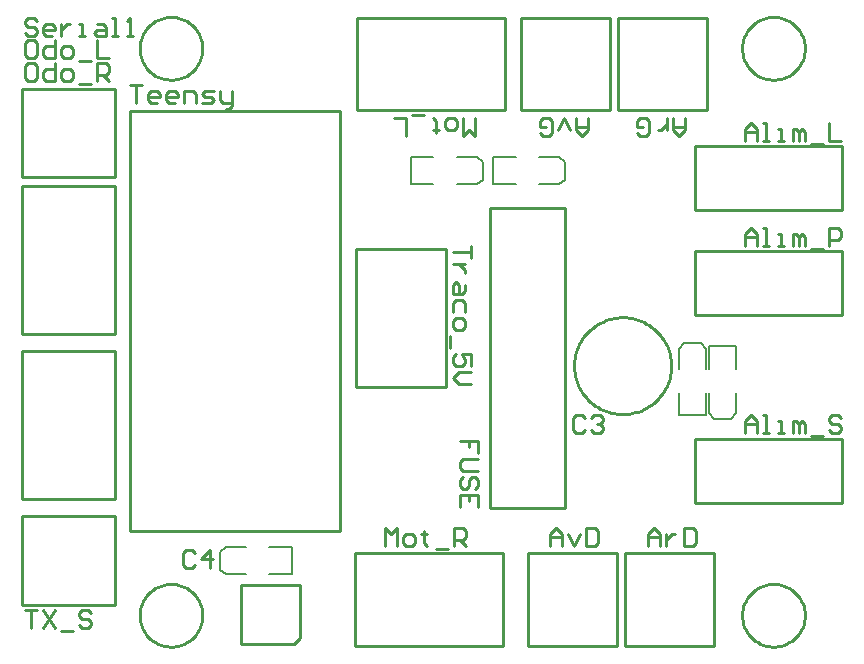
<source format=gto>
G04 Layer_Color=65535*
%FSLAX25Y25*%
%MOIN*%
G70*
G01*
G75*
%ADD31C,0.01000*%
%ADD32C,0.00787*%
D31*
X217835Y95000D02*
X217803Y96004D01*
X217710Y97003D01*
X217554Y97995D01*
X217337Y98975D01*
X217060Y99940D01*
X216723Y100886D01*
X216328Y101809D01*
X215877Y102706D01*
X215370Y103573D01*
X214811Y104406D01*
X214200Y105204D01*
X213542Y105962D01*
X212838Y106677D01*
X212090Y107347D01*
X211302Y107970D01*
X210477Y108542D01*
X209618Y109062D01*
X208729Y109528D01*
X207812Y109937D01*
X206872Y110288D01*
X205911Y110581D01*
X204934Y110813D01*
X203945Y110984D01*
X202947Y111093D01*
X201944Y111140D01*
X200940Y111124D01*
X199939Y111046D01*
X198945Y110906D01*
X197961Y110705D01*
X196992Y110442D01*
X196041Y110120D01*
X195112Y109739D01*
X194209Y109302D01*
X193334Y108809D01*
X192492Y108262D01*
X191685Y107665D01*
X190917Y107018D01*
X190191Y106325D01*
X189509Y105588D01*
X188874Y104810D01*
X188289Y103994D01*
X187756Y103143D01*
X187276Y102261D01*
X186853Y101351D01*
X186487Y100416D01*
X186180Y99460D01*
X185932Y98487D01*
X185746Y97500D01*
X185621Y96504D01*
X185559Y95502D01*
Y94498D01*
X185621Y93496D01*
X185746Y92500D01*
X185932Y91513D01*
X186180Y90540D01*
X186487Y89584D01*
X186853Y88649D01*
X187276Y87739D01*
X187756Y86857D01*
X188289Y86006D01*
X188874Y85190D01*
X189509Y84412D01*
X190191Y83675D01*
X190917Y82982D01*
X191685Y82335D01*
X192492Y81738D01*
X193334Y81191D01*
X194209Y80698D01*
X195112Y80261D01*
X196041Y79880D01*
X196992Y79558D01*
X197961Y79295D01*
X198945Y79094D01*
X199939Y78954D01*
X200940Y78876D01*
X201944Y78860D01*
X202947Y78907D01*
X203945Y79016D01*
X204934Y79187D01*
X205911Y79419D01*
X206872Y79712D01*
X207812Y80063D01*
X208729Y80472D01*
X209618Y80938D01*
X210477Y81458D01*
X211302Y82030D01*
X212090Y82653D01*
X212838Y83323D01*
X213542Y84038D01*
X214200Y84796D01*
X214811Y85594D01*
X215370Y86427D01*
X215877Y87294D01*
X216328Y88191D01*
X216723Y89114D01*
X217060Y90060D01*
X217337Y91025D01*
X217554Y92005D01*
X217710Y92997D01*
X217803Y93997D01*
X217835Y95000D01*
X262441Y200787D02*
X262393Y201783D01*
X262252Y202769D01*
X262017Y203738D01*
X261691Y204680D01*
X261277Y205586D01*
X260778Y206449D01*
X260200Y207261D01*
X259548Y208014D01*
X258826Y208702D01*
X258043Y209318D01*
X257205Y209857D01*
X256319Y210314D01*
X255394Y210684D01*
X254437Y210965D01*
X253459Y211153D01*
X252467Y211248D01*
X251470D01*
X250478Y211153D01*
X249500Y210965D01*
X248543Y210684D01*
X247618Y210314D01*
X246732Y209857D01*
X245894Y209318D01*
X245111Y208702D01*
X244389Y208014D01*
X243737Y207261D01*
X243159Y206449D01*
X242660Y205586D01*
X242246Y204680D01*
X241920Y203738D01*
X241685Y202769D01*
X241544Y201783D01*
X241496Y200787D01*
X241544Y199792D01*
X241685Y198805D01*
X241920Y197837D01*
X242246Y196895D01*
X242660Y195989D01*
X243159Y195126D01*
X243737Y194314D01*
X244389Y193561D01*
X245111Y192873D01*
X245894Y192257D01*
X246732Y191718D01*
X247618Y191261D01*
X248543Y190891D01*
X249500Y190610D01*
X250478Y190422D01*
X251470Y190327D01*
X252467D01*
X253459Y190422D01*
X254437Y190610D01*
X255394Y190891D01*
X256319Y191261D01*
X257205Y191718D01*
X258043Y192257D01*
X258826Y192873D01*
X259548Y193561D01*
X260200Y194314D01*
X260778Y195126D01*
X261277Y195989D01*
X261691Y196895D01*
X262017Y197837D01*
X262252Y198805D01*
X262393Y199792D01*
X262441Y200787D01*
X61654D02*
X61606Y201783D01*
X61464Y202769D01*
X61229Y203738D01*
X60903Y204680D01*
X60489Y205586D01*
X59991Y206449D01*
X59413Y207261D01*
X58760Y208014D01*
X58039Y208702D01*
X57256Y209318D01*
X56417Y209857D01*
X55532Y210314D01*
X54606Y210684D01*
X53650Y210965D01*
X52671Y211153D01*
X51679Y211248D01*
X50683D01*
X49691Y211153D01*
X48712Y210965D01*
X47756Y210684D01*
X46831Y210314D01*
X45945Y209857D01*
X45107Y209318D01*
X44323Y208702D01*
X43602Y208014D01*
X42949Y207261D01*
X42371Y206449D01*
X41873Y205586D01*
X41459Y204680D01*
X41133Y203738D01*
X40898Y202769D01*
X40756Y201783D01*
X40709Y200787D01*
X40756Y199792D01*
X40898Y198805D01*
X41133Y197837D01*
X41459Y196895D01*
X41873Y195989D01*
X42371Y195126D01*
X42949Y194314D01*
X43602Y193561D01*
X44323Y192873D01*
X45107Y192257D01*
X45945Y191718D01*
X46831Y191261D01*
X47756Y190891D01*
X48712Y190610D01*
X49691Y190422D01*
X50683Y190327D01*
X51679D01*
X52671Y190422D01*
X53650Y190610D01*
X54606Y190891D01*
X55532Y191261D01*
X56417Y191718D01*
X57256Y192257D01*
X58039Y192873D01*
X58760Y193561D01*
X59413Y194314D01*
X59991Y195126D01*
X60489Y195989D01*
X60903Y196895D01*
X61229Y197837D01*
X61464Y198805D01*
X61606Y199792D01*
X61654Y200787D01*
X61654Y11811D02*
X61606Y12807D01*
X61464Y13793D01*
X61229Y14761D01*
X60903Y15703D01*
X60489Y16610D01*
X59991Y17473D01*
X59413Y18285D01*
X58760Y19038D01*
X58039Y19726D01*
X57256Y20342D01*
X56417Y20880D01*
X55532Y21337D01*
X54606Y21708D01*
X53650Y21988D01*
X52671Y22177D01*
X51679Y22272D01*
X50683D01*
X49691Y22177D01*
X48712Y21988D01*
X47756Y21708D01*
X46831Y21337D01*
X45945Y20880D01*
X45107Y20342D01*
X44323Y19726D01*
X43602Y19038D01*
X42949Y18285D01*
X42371Y17473D01*
X41873Y16610D01*
X41459Y15703D01*
X41133Y14761D01*
X40898Y13793D01*
X40756Y12807D01*
X40709Y11811D01*
X40756Y10816D01*
X40898Y9829D01*
X41133Y8861D01*
X41459Y7919D01*
X41873Y7012D01*
X42371Y6149D01*
X42949Y5337D01*
X43602Y4584D01*
X44323Y3897D01*
X45107Y3280D01*
X45945Y2742D01*
X46831Y2285D01*
X47756Y1915D01*
X48712Y1634D01*
X49691Y1445D01*
X50683Y1350D01*
X51679D01*
X52671Y1445D01*
X53650Y1634D01*
X54606Y1915D01*
X55532Y2285D01*
X56417Y2742D01*
X57256Y3280D01*
X58039Y3897D01*
X58760Y4584D01*
X59413Y5337D01*
X59991Y6149D01*
X60489Y7012D01*
X60903Y7919D01*
X61229Y8861D01*
X61464Y9829D01*
X61606Y10816D01*
X61654Y11811D01*
X262441D02*
X262393Y12807D01*
X262252Y13793D01*
X262017Y14761D01*
X261691Y15703D01*
X261277Y16610D01*
X260778Y17473D01*
X260200Y18285D01*
X259548Y19038D01*
X258826Y19726D01*
X258043Y20342D01*
X257205Y20880D01*
X256319Y21337D01*
X255394Y21708D01*
X254437Y21988D01*
X253459Y22177D01*
X252467Y22272D01*
X251470D01*
X250478Y22177D01*
X249500Y21988D01*
X248543Y21708D01*
X247618Y21337D01*
X246732Y20880D01*
X245894Y20342D01*
X245111Y19726D01*
X244389Y19038D01*
X243737Y18285D01*
X243159Y17473D01*
X242660Y16610D01*
X242246Y15703D01*
X241920Y14761D01*
X241685Y13793D01*
X241544Y12807D01*
X241496Y11811D01*
X241544Y10816D01*
X241685Y9829D01*
X241920Y8861D01*
X242246Y7919D01*
X242660Y7012D01*
X243159Y6149D01*
X243737Y5337D01*
X244389Y4584D01*
X245111Y3897D01*
X245894Y3280D01*
X246732Y2742D01*
X247618Y2285D01*
X248543Y1915D01*
X249500Y1634D01*
X250478Y1445D01*
X251470Y1350D01*
X252467D01*
X253459Y1445D01*
X254437Y1634D01*
X255394Y1915D01*
X256319Y2285D01*
X257205Y2742D01*
X258043Y3280D01*
X258826Y3897D01*
X259548Y4584D01*
X260200Y5337D01*
X260778Y6149D01*
X261277Y7012D01*
X261691Y7919D01*
X262017Y8861D01*
X262252Y9829D01*
X262393Y10816D01*
X262441Y11811D01*
X37500Y180000D02*
X107500D01*
Y40000D02*
Y180000D01*
X37500Y40000D02*
X107500D01*
X37500D02*
Y180000D01*
X1516Y187343D02*
X32421D01*
X1516Y157815D02*
Y187343D01*
Y157815D02*
X32421D01*
Y187343D01*
X157500Y47500D02*
X182500D01*
Y147500D01*
X157500D02*
X182500D01*
X157500Y47500D02*
Y147500D01*
X94213Y4213D02*
Y21929D01*
X92244Y2244D02*
X94213Y4213D01*
X74528Y2244D02*
X92244D01*
X74528D02*
Y21929D01*
X94213D01*
X197343Y180079D02*
Y210984D01*
X167815D02*
X197343D01*
X167815Y180079D02*
Y210984D01*
Y180079D02*
X197343D01*
X170158Y1516D02*
Y32421D01*
Y1516D02*
X199685D01*
Y32421D01*
X170158D02*
X199685D01*
X229842Y180079D02*
Y210984D01*
X200315D02*
X229842D01*
X200315Y180079D02*
Y210984D01*
Y180079D02*
X229842D01*
X202658Y1516D02*
Y32421D01*
Y1516D02*
X232185D01*
Y32421D01*
X202658D02*
X232185D01*
X32421Y50630D02*
Y99843D01*
X1516Y50630D02*
X32421D01*
X1516D02*
Y99843D01*
X32421D01*
X1516Y154842D02*
X32421D01*
X1516Y105630D02*
Y154842D01*
Y105630D02*
X32421D01*
Y154842D01*
X112657Y32421D02*
X161870D01*
Y1516D02*
Y32421D01*
X112657Y1516D02*
X161870D01*
X112657D02*
Y32421D01*
X162343Y180079D02*
Y210984D01*
X113130D02*
X162343D01*
X113130Y180079D02*
Y210984D01*
Y180079D02*
X162343D01*
X1516Y44842D02*
X32421D01*
X1516Y15315D02*
Y44842D01*
Y15315D02*
X32421D01*
Y44842D01*
X142874Y87913D02*
Y133976D01*
X112953Y87913D02*
X142874D01*
X112953D02*
Y133976D01*
X142874D01*
X225905Y146870D02*
Y168130D01*
X274724D01*
X225905Y146870D02*
X253465D01*
X225905D02*
X274724D01*
Y168130D01*
X225905Y111870D02*
Y133130D01*
X274724D01*
X225905Y111870D02*
X253465D01*
X225905D02*
X274724D01*
Y133130D01*
X225905Y49370D02*
Y70630D01*
X274724D01*
X225905Y49370D02*
X253465D01*
X225905D02*
X274724D01*
Y70630D01*
X6499Y209998D02*
X5499Y210998D01*
X3500D01*
X2500Y209998D01*
Y208999D01*
X3500Y207999D01*
X5499D01*
X6499Y206999D01*
Y206000D01*
X5499Y205000D01*
X3500D01*
X2500Y206000D01*
X11497Y205000D02*
X9498D01*
X8498Y206000D01*
Y207999D01*
X9498Y208999D01*
X11497D01*
X12497Y207999D01*
Y206999D01*
X8498D01*
X14496Y208999D02*
Y205000D01*
Y206999D01*
X15496Y207999D01*
X16496Y208999D01*
X17495D01*
X20494Y205000D02*
X22493D01*
X21494D01*
Y208999D01*
X20494D01*
X26492D02*
X28492D01*
X29491Y207999D01*
Y205000D01*
X26492D01*
X25493Y206000D01*
X26492Y206999D01*
X29491D01*
X31491Y205000D02*
X33490D01*
X32490D01*
Y210998D01*
X31491D01*
X36489Y205000D02*
X38488D01*
X37489D01*
Y210998D01*
X36489Y209998D01*
X242500Y170000D02*
Y173999D01*
X244499Y175998D01*
X246499Y173999D01*
Y170000D01*
Y172999D01*
X242500D01*
X248498Y170000D02*
X250497D01*
X249498D01*
Y175998D01*
X248498D01*
X253496Y170000D02*
X255496D01*
X254496D01*
Y173999D01*
X253496D01*
X258495Y170000D02*
Y173999D01*
X259494D01*
X260494Y172999D01*
Y170000D01*
Y172999D01*
X261494Y173999D01*
X262493Y172999D01*
Y170000D01*
X264493Y169000D02*
X268492D01*
X270491Y175998D02*
Y170000D01*
X274490D01*
X242500Y135000D02*
Y138999D01*
X244499Y140998D01*
X246499Y138999D01*
Y135000D01*
Y137999D01*
X242500D01*
X248498Y135000D02*
X250497D01*
X249498D01*
Y140998D01*
X248498D01*
X253496Y135000D02*
X255496D01*
X254496D01*
Y138999D01*
X253496D01*
X258495Y135000D02*
Y138999D01*
X259494D01*
X260494Y137999D01*
Y135000D01*
Y137999D01*
X261494Y138999D01*
X262493Y137999D01*
Y135000D01*
X264493Y134000D02*
X268492D01*
X270491Y135000D02*
Y140998D01*
X273490D01*
X274490Y139998D01*
Y137999D01*
X273490Y136999D01*
X270491D01*
X242500Y72500D02*
Y76499D01*
X244499Y78498D01*
X246499Y76499D01*
Y72500D01*
Y75499D01*
X242500D01*
X248498Y72500D02*
X250497D01*
X249498D01*
Y78498D01*
X248498D01*
X253496Y72500D02*
X255496D01*
X254496D01*
Y76499D01*
X253496D01*
X258495Y72500D02*
Y76499D01*
X259494D01*
X260494Y75499D01*
Y72500D01*
Y75499D01*
X261494Y76499D01*
X262493Y75499D01*
Y72500D01*
X264493Y71500D02*
X268492D01*
X274490Y77498D02*
X273490Y78498D01*
X271491D01*
X270491Y77498D01*
Y76499D01*
X271491Y75499D01*
X273490D01*
X274490Y74499D01*
Y73500D01*
X273490Y72500D01*
X271491D01*
X270491Y73500D01*
X210000Y35000D02*
Y38999D01*
X211999Y40998D01*
X213999Y38999D01*
Y35000D01*
Y37999D01*
X210000D01*
X215998Y38999D02*
Y35000D01*
Y36999D01*
X216998Y37999D01*
X217997Y38999D01*
X218997D01*
X221996Y40998D02*
Y35000D01*
X224995D01*
X225995Y36000D01*
Y39998D01*
X224995Y40998D01*
X221996D01*
X222500Y177500D02*
Y173501D01*
X220501Y171502D01*
X218501Y173501D01*
Y177500D01*
Y174501D01*
X222500D01*
X216502Y173501D02*
Y177500D01*
Y175501D01*
X215502Y174501D01*
X214503Y173501D01*
X213503D01*
X206505Y172502D02*
X207505Y171502D01*
X209504D01*
X210504Y172502D01*
Y176500D01*
X209504Y177500D01*
X207505D01*
X206505Y176500D01*
Y174501D01*
X208505D01*
X177500Y35000D02*
Y38999D01*
X179499Y40998D01*
X181499Y38999D01*
Y35000D01*
Y37999D01*
X177500D01*
X183498Y38999D02*
X185497Y35000D01*
X187497Y38999D01*
X189496Y40998D02*
Y35000D01*
X192495D01*
X193495Y36000D01*
Y39998D01*
X192495Y40998D01*
X189496D01*
X190000Y177500D02*
Y173501D01*
X188001Y171502D01*
X186001Y173501D01*
Y177500D01*
Y174501D01*
X190000D01*
X184002Y173501D02*
X182003Y177500D01*
X180003Y173501D01*
X174005Y172502D02*
X175005Y171502D01*
X177004D01*
X178004Y172502D01*
Y176500D01*
X177004Y177500D01*
X175005D01*
X174005Y176500D01*
Y174501D01*
X176005D01*
X188999Y77498D02*
X187999Y78498D01*
X186000D01*
X185000Y77498D01*
Y73500D01*
X186000Y72500D01*
X187999D01*
X188999Y73500D01*
X190998Y77498D02*
X191998Y78498D01*
X193997D01*
X194997Y77498D01*
Y76499D01*
X193997Y75499D01*
X192997D01*
X193997D01*
X194997Y74499D01*
Y73500D01*
X193997Y72500D01*
X191998D01*
X190998Y73500D01*
X58999Y32498D02*
X57999Y33498D01*
X56000D01*
X55000Y32498D01*
Y28500D01*
X56000Y27500D01*
X57999D01*
X58999Y28500D01*
X63997Y27500D02*
Y33498D01*
X60998Y30499D01*
X64997D01*
X2500Y13498D02*
X6499D01*
X4499D01*
Y7500D01*
X8498Y13498D02*
X12497Y7500D01*
Y13498D02*
X8498Y7500D01*
X14496Y6500D02*
X18495D01*
X24493Y12498D02*
X23493Y13498D01*
X21494D01*
X20494Y12498D01*
Y11499D01*
X21494Y10499D01*
X23493D01*
X24493Y9499D01*
Y8500D01*
X23493Y7500D01*
X21494D01*
X20494Y8500D01*
X152500Y177500D02*
Y171502D01*
X150501Y173501D01*
X148501Y171502D01*
Y177500D01*
X145502D02*
X143503D01*
X142503Y176500D01*
Y174501D01*
X143503Y173501D01*
X145502D01*
X146502Y174501D01*
Y176500D01*
X145502Y177500D01*
X139504Y172502D02*
Y173501D01*
X140504D01*
X138505D01*
X139504D01*
Y176500D01*
X138505Y177500D01*
X135505Y178500D02*
X131507D01*
X129507Y171502D02*
Y177500D01*
X125509D01*
X122500Y35000D02*
Y40998D01*
X124499Y38999D01*
X126499Y40998D01*
Y35000D01*
X129498D02*
X131497D01*
X132497Y36000D01*
Y37999D01*
X131497Y38999D01*
X129498D01*
X128498Y37999D01*
Y36000D01*
X129498Y35000D01*
X135496Y39998D02*
Y38999D01*
X134496D01*
X136495D01*
X135496D01*
Y36000D01*
X136495Y35000D01*
X139495Y34000D02*
X143493D01*
X145493Y35000D02*
Y40998D01*
X148492D01*
X149491Y39998D01*
Y37999D01*
X148492Y36999D01*
X145493D01*
X147492D02*
X149491Y35000D01*
X5499Y203498D02*
X3500D01*
X2500Y202498D01*
Y198500D01*
X3500Y197500D01*
X5499D01*
X6499Y198500D01*
Y202498D01*
X5499Y203498D01*
X12497D02*
Y197500D01*
X9498D01*
X8498Y198500D01*
Y200499D01*
X9498Y201499D01*
X12497D01*
X15496Y197500D02*
X17495D01*
X18495Y198500D01*
Y200499D01*
X17495Y201499D01*
X15496D01*
X14496Y200499D01*
Y198500D01*
X15496Y197500D01*
X20494Y196500D02*
X24493D01*
X26492Y203498D02*
Y197500D01*
X30491D01*
X5499Y195998D02*
X3500D01*
X2500Y194998D01*
Y191000D01*
X3500Y190000D01*
X5499D01*
X6499Y191000D01*
Y194998D01*
X5499Y195998D01*
X12497D02*
Y190000D01*
X9498D01*
X8498Y191000D01*
Y192999D01*
X9498Y193999D01*
X12497D01*
X15496Y190000D02*
X17495D01*
X18495Y191000D01*
Y192999D01*
X17495Y193999D01*
X15496D01*
X14496Y192999D01*
Y191000D01*
X15496Y190000D01*
X20494Y189000D02*
X24493D01*
X26492Y190000D02*
Y195998D01*
X29491D01*
X30491Y194998D01*
Y192999D01*
X29491Y191999D01*
X26492D01*
X28492D02*
X30491Y190000D01*
X150998Y135000D02*
Y131001D01*
Y133001D01*
X145000D01*
X148999Y129002D02*
X145000D01*
X146999D01*
X147999Y128002D01*
X148999Y127003D01*
Y126003D01*
Y122004D02*
Y120005D01*
X147999Y119005D01*
X145000D01*
Y122004D01*
X146000Y123004D01*
X146999Y122004D01*
Y119005D01*
X148999Y113007D02*
Y116006D01*
X147999Y117006D01*
X146000D01*
X145000Y116006D01*
Y113007D01*
Y110008D02*
Y108009D01*
X146000Y107009D01*
X147999D01*
X148999Y108009D01*
Y110008D01*
X147999Y111008D01*
X146000D01*
X145000Y110008D01*
X144000Y105010D02*
Y101011D01*
X150998Y95013D02*
Y99012D01*
X147999D01*
X148999Y97012D01*
Y96013D01*
X147999Y95013D01*
X146000D01*
X145000Y96013D01*
Y98012D01*
X146000Y99012D01*
X150998Y93014D02*
X146999D01*
X145000Y91014D01*
X146999Y89015D01*
X150998D01*
X37500Y188498D02*
X41499D01*
X39499D01*
Y182500D01*
X46497D02*
X44498D01*
X43498Y183500D01*
Y185499D01*
X44498Y186499D01*
X46497D01*
X47497Y185499D01*
Y184499D01*
X43498D01*
X52495Y182500D02*
X50496D01*
X49496Y183500D01*
Y185499D01*
X50496Y186499D01*
X52495D01*
X53495Y185499D01*
Y184499D01*
X49496D01*
X55494Y182500D02*
Y186499D01*
X58493D01*
X59493Y185499D01*
Y182500D01*
X61492D02*
X64491D01*
X65491Y183500D01*
X64491Y184499D01*
X62492D01*
X61492Y185499D01*
X62492Y186499D01*
X65491D01*
X67490D02*
Y183500D01*
X68490Y182500D01*
X71489D01*
Y181500D01*
X70489Y180501D01*
X69490D01*
X71489Y182500D02*
Y186499D01*
X153498Y66001D02*
Y70000D01*
X150499D01*
Y68001D01*
Y70000D01*
X147500D01*
X153498Y64002D02*
X148500D01*
X147500Y63002D01*
Y61003D01*
X148500Y60003D01*
X153498D01*
X152498Y54005D02*
X153498Y55005D01*
Y57004D01*
X152498Y58004D01*
X151499D01*
X150499Y57004D01*
Y55005D01*
X149499Y54005D01*
X148500D01*
X147500Y55005D01*
Y57004D01*
X148500Y58004D01*
X153498Y48007D02*
Y52006D01*
X147500D01*
Y48007D01*
X150499Y52006D02*
Y50007D01*
D32*
X146437Y164528D02*
X153130D01*
X153130Y155472D02*
X155098Y157047D01*
X153130Y164528D02*
X155098Y162953D01*
X146437Y155472D02*
X153130D01*
X155098Y157047D02*
Y162953D01*
X131083Y155472D02*
Y164528D01*
X138563D01*
X131083Y155472D02*
X138563D01*
X173937Y164528D02*
X180630D01*
X180630Y155472D02*
X182598Y157047D01*
X180630Y164528D02*
X182598Y162953D01*
X173937Y155472D02*
X180630D01*
X182598Y157047D02*
Y162953D01*
X158583Y155472D02*
Y164528D01*
X166063D01*
X158583Y155472D02*
X166063D01*
X239528Y79370D02*
Y86063D01*
X230472Y79370D02*
X232047Y77402D01*
X237953D02*
X239528Y79370D01*
X230472D02*
Y86063D01*
X232047Y77402D02*
X237953D01*
X230472Y101417D02*
X239528D01*
Y93937D02*
Y101417D01*
X230472Y93937D02*
Y101417D01*
X220472Y93937D02*
Y100630D01*
X227953Y102598D02*
X229528Y100630D01*
X220472D02*
X222047Y102598D01*
X229528Y93937D02*
Y100630D01*
X222047Y102598D02*
X227953D01*
X220472Y78583D02*
X229528D01*
X220472D02*
Y86063D01*
X229528Y78583D02*
Y86063D01*
X83937Y34528D02*
X91417D01*
X83937Y25472D02*
X91417D01*
Y34528D01*
X67402Y27047D02*
Y32953D01*
X69370Y34528D02*
X76063D01*
X67402Y27047D02*
X69370Y25472D01*
X67402Y32953D02*
X69370Y34528D01*
X69370Y25472D02*
X76063D01*
M02*

</source>
